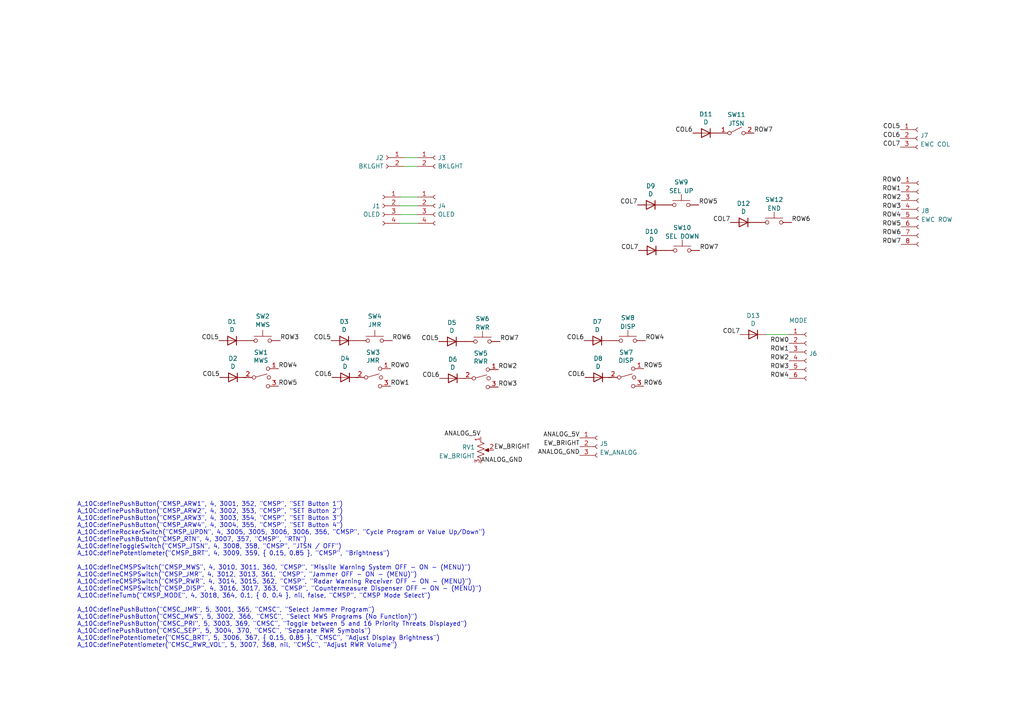
<source format=kicad_sch>
(kicad_sch (version 20231120) (generator "eeschema") (generator_version "8.0")
  (paper "A4")
  (lib_symbols
    (symbol "Connector:Conn_01x02_Socket" (pin_names (offset 1.016) hide)
      (property "Reference" "J" (at 0 2.54 0))
      (property "Value" "Conn_01x02_Socket" (at 0 -5.08 0))
      (symbol "Conn_01x02_Socket_1_1"
        (arc (start 0 -2.032) (mid -0.5058 -2.54) (end 0 -3.048) (stroke (width 0.1524)))
        (polyline (pts (xy -1.27 -2.54) (xy -0.508 -2.54)) (stroke (width 0.1524)))
        (polyline (pts (xy -1.27 0) (xy -0.508 0)) (stroke (width 0.1524)))
        (arc (start 0 0.508) (mid -0.5058 0) (end 0 -0.508) (stroke (width 0.1524)))
        (pin passive line (at -5.08 0 0) (length 3.81) (name "Pin_1") (number "1"))
        (pin passive line (at -5.08 -2.54 0) (length 3.81) (name "Pin_2") (number "2"))
      )
    )
    (symbol "Connector:Conn_01x03_Female" (pin_names (offset 1.016) hide)
      (property "Reference" "J" (at 0 5.08 0))
      (property "Value" "Conn_01x03_Female" (at 0 -5.08 0))
      (symbol "Conn_01x03_Female_1_1"
        (arc (start 0 -2.032) (mid -0.5058 -2.54) (end 0 -3.048) (stroke (width 0.1524)))
        (polyline (pts (xy -1.27 -2.54) (xy -0.508 -2.54)) (stroke (width 0.1524)))
        (polyline (pts (xy -1.27 0) (xy -0.508 0)) (stroke (width 0.1524)))
        (polyline (pts (xy -1.27 2.54) (xy -0.508 2.54)) (stroke (width 0.1524)))
        (arc (start 0 0.508) (mid -0.5058 0) (end 0 -0.508) (stroke (width 0.1524)))
        (arc (start 0 3.048) (mid -0.5058 2.54) (end 0 2.032) (stroke (width 0.1524)))
        (pin passive line (at -5.08 2.54 0) (length 3.81) (name "Pin_1") (number "1"))
        (pin passive line (at -5.08 0 0) (length 3.81) (name "Pin_2") (number "2"))
        (pin passive line (at -5.08 -2.54 0) (length 3.81) (name "Pin_3") (number "3"))
      )
    )
    (symbol "Connector:Conn_01x04_Socket" (pin_names (offset 1.016) hide)
      (property "Reference" "J" (at 0 5.08 0))
      (property "Value" "Conn_01x04_Socket" (at 0 -7.62 0))
      (symbol "Conn_01x04_Socket_1_1"
        (arc (start 0 -4.572) (mid -0.5058 -5.08) (end 0 -5.588) (stroke (width 0.1524)))
        (arc (start 0 -2.032) (mid -0.5058 -2.54) (end 0 -3.048) (stroke (width 0.1524)))
        (polyline (pts (xy -1.27 -5.08) (xy -0.508 -5.08)) (stroke (width 0.1524)))
        (polyline (pts (xy -1.27 -2.54) (xy -0.508 -2.54)) (stroke (width 0.1524)))
        (polyline (pts (xy -1.27 0) (xy -0.508 0)) (stroke (width 0.1524)))
        (polyline (pts (xy -1.27 2.54) (xy -0.508 2.54)) (stroke (width 0.1524)))
        (arc (start 0 0.508) (mid -0.5058 0) (end 0 -0.508) (stroke (width 0.1524)))
        (arc (start 0 3.048) (mid -0.5058 2.54) (end 0 2.032) (stroke (width 0.1524)))
        (pin passive line (at -5.08 2.54 0) (length 3.81) (name "Pin_1") (number "1"))
        (pin passive line (at -5.08 0 0) (length 3.81) (name "Pin_2") (number "2"))
        (pin passive line (at -5.08 -2.54 0) (length 3.81) (name "Pin_3") (number "3"))
        (pin passive line (at -5.08 -5.08 0) (length 3.81) (name "Pin_4") (number "4"))
      )
    )
    (symbol "Connector:Conn_01x06_Female" (pin_names (offset 1.016) hide)
      (property "Reference" "J" (at 0 7.62 0))
      (property "Value" "Conn_01x06_Female" (at 0 -10.16 0))
      (symbol "Conn_01x06_Female_1_1"
        (arc (start 0 -7.112) (mid -0.5058 -7.62) (end 0 -8.128) (stroke (width 0.1524)))
        (arc (start 0 -4.572) (mid -0.5058 -5.08) (end 0 -5.588) (stroke (width 0.1524)))
        (arc (start 0 -2.032) (mid -0.5058 -2.54) (end 0 -3.048) (stroke (width 0.1524)))
        (polyline (pts (xy -1.27 -7.62) (xy -0.508 -7.62)) (stroke (width 0.1524)))
        (polyline (pts (xy -1.27 -5.08) (xy -0.508 -5.08)) (stroke (width 0.1524)))
        (polyline (pts (xy -1.27 -2.54) (xy -0.508 -2.54)) (stroke (width 0.1524)))
        (polyline (pts (xy -1.27 0) (xy -0.508 0)) (stroke (width 0.1524)))
        (polyline (pts (xy -1.27 2.54) (xy -0.508 2.54)) (stroke (width 0.1524)))
        (polyline (pts (xy -1.27 5.08) (xy -0.508 5.08)) (stroke (width 0.1524)))
        (arc (start 0 0.508) (mid -0.5058 0) (end 0 -0.508) (stroke (width 0.1524)))
        (arc (start 0 3.048) (mid -0.5058 2.54) (end 0 2.032) (stroke (width 0.1524)))
        (arc (start 0 5.588) (mid -0.5058 5.08) (end 0 4.572) (stroke (width 0.1524)))
        (pin passive line (at -5.08 5.08 0) (length 3.81) (name "Pin_1") (number "1"))
        (pin passive line (at -5.08 2.54 0) (length 3.81) (name "Pin_2") (number "2"))
        (pin passive line (at -5.08 0 0) (length 3.81) (name "Pin_3") (number "3"))
        (pin passive line (at -5.08 -2.54 0) (length 3.81) (name "Pin_4") (number "4"))
        (pin passive line (at -5.08 -5.08 0) (length 3.81) (name "Pin_5") (number "5"))
        (pin passive line (at -5.08 -7.62 0) (length 3.81) (name "Pin_6") (number "6"))
      )
    )
    (symbol "Connector:Conn_01x08_Female" (pin_names (offset 1.016) hide)
      (property "Reference" "J" (at 0 10.16 0))
      (property "Value" "Conn_01x08_Female" (at 0 -12.7 0))
      (symbol "Conn_01x08_Female_1_1"
        (arc (start 0 -9.652) (mid -0.5058 -10.16) (end 0 -10.668) (stroke (width 0.1524)))
        (arc (start 0 -7.112) (mid -0.5058 -7.62) (end 0 -8.128) (stroke (width 0.1524)))
        (arc (start 0 -4.572) (mid -0.5058 -5.08) (end 0 -5.588) (stroke (width 0.1524)))
        (arc (start 0 -2.032) (mid -0.5058 -2.54) (end 0 -3.048) (stroke (width 0.1524)))
        (polyline (pts (xy -1.27 -10.16) (xy -0.508 -10.16)) (stroke (width 0.1524)))
        (polyline (pts (xy -1.27 -7.62) (xy -0.508 -7.62)) (stroke (width 0.1524)))
        (polyline (pts (xy -1.27 -5.08) (xy -0.508 -5.08)) (stroke (width 0.1524)))
        (polyline (pts (xy -1.27 -2.54) (xy -0.508 -2.54)) (stroke (width 0.1524)))
        (polyline (pts (xy -1.27 0) (xy -0.508 0)) (stroke (width 0.1524)))
        (polyline (pts (xy -1.27 2.54) (xy -0.508 2.54)) (stroke (width 0.1524)))
        (polyline (pts (xy -1.27 5.08) (xy -0.508 5.08)) (stroke (width 0.1524)))
        (polyline (pts (xy -1.27 7.62) (xy -0.508 7.62)) (stroke (width 0.1524)))
        (arc (start 0 0.508) (mid -0.5058 0) (end 0 -0.508) (stroke (width 0.1524)))
        (arc (start 0 3.048) (mid -0.5058 2.54) (end 0 2.032) (stroke (width 0.1524)))
        (arc (start 0 5.588) (mid -0.5058 5.08) (end 0 4.572) (stroke (width 0.1524)))
        (arc (start 0 8.128) (mid -0.5058 7.62) (end 0 7.112) (stroke (width 0.1524)))
        (pin passive line (at -5.08 7.62 0) (length 3.81) (name "Pin_1") (number "1"))
        (pin passive line (at -5.08 5.08 0) (length 3.81) (name "Pin_2") (number "2"))
        (pin passive line (at -5.08 2.54 0) (length 3.81) (name "Pin_3") (number "3"))
        (pin passive line (at -5.08 0 0) (length 3.81) (name "Pin_4") (number "4"))
        (pin passive line (at -5.08 -2.54 0) (length 3.81) (name "Pin_5") (number "5"))
        (pin passive line (at -5.08 -5.08 0) (length 3.81) (name "Pin_6") (number "6"))
        (pin passive line (at -5.08 -7.62 0) (length 3.81) (name "Pin_7") (number "7"))
        (pin passive line (at -5.08 -10.16 0) (length 3.81) (name "Pin_8") (number "8"))
      )
    )
    (symbol "Device:D" (pin_numbers hide) (pin_names (offset 1.016) hide)
      (property "Reference" "D" (at 0 2.54 0))
      (property "Value" "D" (at 0 -2.54 0))
      (symbol "D_0_1"
        (polyline (pts (xy -1.27 1.27) (xy -1.27 -1.27)) (stroke (width 0.254)))
        (polyline (pts (xy 1.27 0) (xy -1.27 0)))
        (polyline (pts (xy 1.27 1.27) (xy 1.27 -1.27) (xy -1.27 0) (xy 1.27 1.27)) (stroke (width 0.254)))
      )
      (symbol "D_1_1"
        (pin passive line (at -3.81 0 0) (length 2.54) (name "K") (number "1"))
        (pin passive line (at 3.81 0 180) (length 2.54) (name "A") (number "2"))
      )
    )
    (symbol "Device:R_Potentiometer_US" (pin_names (offset 1.016) hide)
      (property "Reference" "RV" (at -4.445 0 90))
      (property "Value" "R_Potentiometer_US" (at -2.54 0 90))
      (symbol "R_Potentiometer_US_0_1"
        (polyline (pts (xy 0 -2.286) (xy 0 -2.54)))
        (polyline (pts (xy 0 2.54) (xy 0 2.286)))
        (polyline (pts (xy 2.54 0) (xy 1.524 0)))
        (polyline (pts (xy 1.143 0) (xy 2.286 0.508) (xy 2.286 -0.508) (xy 1.143 0)) (fill (type outline)))
        (polyline (pts (xy 0 -0.762) (xy 1.016 -1.143) (xy 0 -1.524) (xy -1.016 -1.905) (xy 0 -2.286)))
        (polyline (pts (xy 0 0.762) (xy 1.016 0.381) (xy 0 0) (xy -1.016 -0.381) (xy 0 -0.762)))
        (polyline (pts (xy 0 2.286) (xy 1.016 1.905) (xy 0 1.524) (xy -1.016 1.143) (xy 0 0.762)))
      )
      (symbol "R_Potentiometer_US_1_1"
        (pin passive line (at 0 3.81 270) (length 1.27) (name "1") (number "1"))
        (pin passive line (at 3.81 0 180) (length 1.27) (name "2") (number "2"))
        (pin passive line (at 0 -3.81 90) (length 1.27) (name "3") (number "3"))
      )
    )
    (symbol "Switch:SW_Push" (pin_numbers hide) (pin_names (offset 1.016) hide)
      (property "Reference" "SW" (at 1.27 2.54 0))
      (property "Value" "SW_Push" (at 0 -1.524 0))
      (symbol "SW_Push_0_1"
        (circle (center -2.032 0) (radius 0.508))
        (polyline (pts (xy 0 1.27) (xy 0 3.048)))
        (polyline (pts (xy 2.54 1.27) (xy -2.54 1.27)))
        (circle (center 2.032 0) (radius 0.508))
        (pin passive line (at -5.08 0 0) (length 2.54) (name "1") (number "1"))
        (pin passive line (at 5.08 0 180) (length 2.54) (name "2") (number "2"))
      )
    )
    (symbol "Switch:SW_SPDT_MSM" (pin_names (offset 0) hide)
      (property "Reference" "SW" (at 0 5.08 0))
      (property "Value" "SW_SPDT_MSM" (at 0 -5.08 0))
      (symbol "SW_SPDT_MSM_0_0"
        (circle (center -2.032 0) (radius 0.508))
        (polyline (pts (xy -1.524 0.127) (xy 1.778 1.016)))
        (circle (center 2.032 -2.54) (radius 0.508))
      )
      (symbol "SW_SPDT_MSM_0_1"
        (circle (center 2.032 2.54) (radius 0.508))
        (circle (center 2.286 0) (radius 0.508))
      )
      (symbol "SW_SPDT_MSM_1_1"
        (pin passive line (at 5.08 2.54 180) (length 2.54) (name "1") (number "1"))
        (pin passive line (at -5.08 0 0) (length 2.54) (name "2") (number "2"))
        (pin passive line (at 5.08 -2.54 180) (length 2.54) (name "3") (number "3"))
      )
    )
    (symbol "Switch:SW_SPST" (pin_names (offset 0) hide)
      (property "Reference" "SW" (at 0 3.175 0))
      (property "Value" "SW_SPST" (at 0 -2.54 0))
      (symbol "SW_SPST_0_0"
        (circle (center -2.032 0) (radius 0.508))
        (polyline (pts (xy -1.524 0.254) (xy 1.524 1.778)))
        (circle (center 2.032 0) (radius 0.508))
      )
      (symbol "SW_SPST_1_1"
        (pin passive line (at -5.08 0 0) (length 2.54) (name "A") (number "1"))
        (pin passive line (at 5.08 0 180) (length 2.54) (name "B") (number "2"))
      )
    )
  )
  (wire (pts (xy 71.374 109.474) (xy 70.612 109.474)))
  (wire (pts (xy 116.078 62.23) (xy 121.158 62.23)))
  (wire (pts (xy 116.078 59.69) (xy 121.158 59.69)))
  (wire (pts (xy 177.292 109.474) (xy 176.53 109.474)))
  (wire (pts (xy 117.094 45.72) (xy 121.158 45.72)))
  (wire (pts (xy 117.094 48.26) (xy 121.158 48.26)))
  (wire (pts (xy 135.128 109.728) (xy 134.366 109.728)))
  (wire (pts (xy 116.078 57.15) (xy 121.158 57.15)))
  (wire (pts (xy 103.886 109.474) (xy 103.124 109.474)))
  (wire (pts (xy 222.25 97.028) (xy 228.854 97.028)))
  (wire (pts (xy 116.078 64.77) (xy 121.158 64.77)))
  (text "A_10C:definePushButton(\"CMSP_ARW1\", 4, 3001, 352, \"CMSP\", \"SET Button 1\")\nA_10C:definePushButton(\"CMSP_ARW2\", 4, 3002, 353, \"CMSP\", \"SET Button 2\")\nA_10C:definePushButton(\"CMSP_ARW3\", 4, 3003, 354, \"CMSP\", \"SET Button 3\")\nA_10C:definePushButton(\"CMSP_ARW4\", 4, 3004, 355, \"CMSP\", \"SET Button 4\")\nA_10C:defineRockerSwitch(\"CMSP_UPDN\", 4, 3005, 3005, 3006, 3006, 356, \"CMSP\", \"Cycle Program or Value Up/Down\")\nA_10C:definePushButton(\"CMSP_RTN\", 4, 3007, 357, \"CMSP\", \"RTN\")\nA_10C:defineToggleSwitch(\"CMSP_JTSN\", 4, 3008, 358, \"CMSP\", \"JTSN / OFF\")\nA_10C:definePotentiometer(\"CMSP_BRT\", 4, 3009, 359, { 0.15, 0.85 }, \"CMSP\", \"Brightness\")\n\nA_10C:defineCMSPSwitch(\"CMSP_MWS\", 4, 3010, 3011, 360, \"CMSP\", \"Missile Warning System OFF - ON - (MENU)\")\nA_10C:defineCMSPSwitch(\"CMSP_JMR\", 4, 3012, 3013, 361, \"CMSP\", \"Jammer OFF - ON - (MENU)\")\nA_10C:defineCMSPSwitch(\"CMSP_RWR\", 4, 3014, 3015, 362, \"CMSP\", \"Radar Warning Receiver OFF - ON - (MENU)\")\nA_10C:defineCMSPSwitch(\"CMSP_DISP\", 4, 3016, 3017, 363, \"CMSP\", \"Countermeasure Dispenser OFF - ON - (MENU)\")\nA_10C:defineTumb(\"CMSP_MODE\", 4, 3018, 364, 0.1, { 0, 0.4 }, nil, false, \"CMSP\", \"CMSP Mode Select\")\n\nA_10C:definePushButton(\"CMSC_JMR\", 5, 3001, 365, \"CMSC\", \"Select Jammer Program\")\nA_10C:definePushButton(\"CMSC_MWS\", 5, 3002, 366, \"CMSC\", \"Select MWS Programs (No Function)\")\nA_10C:definePushButton(\"CMSC_PRI\", 5, 3003, 369, \"CMSC\", \"Toggle between 5 and 16 Priority Threats Displayed\")\nA_10C:definePushButton(\"CMSC_SEP\", 5, 3004, 370, \"CMSC\", \"Separate RWR Symbols\")\nA_10C:definePotentiometer(\"CMSC_BRT\", 5, 3006, 367, { 0.15, 0.85 }, \"CMSC\", \"Adjust Display Brightness\")\nA_10C:definePotentiometer(\"CMSC_RWR_VOL\", 5, 3007, 368, nil, \"CMSC\", \"Adjust RWR Volume\")" (at 22.352 187.96 0) (effects (font (size 1.27 1.27)) (justify left bottom)))
  (label "ROW2" (at 228.854 104.648 180))
  (label "COL5" (at 96.012 98.806 180))
  (label "ANALOG_5V" (at 139.446 126.746 180))
  (label "COL7" (at 185.166 72.644 180))
  (label "COL5" (at 63.5 98.806 180))
  (label "ROW2" (at 261.366 58.166 180))
  (label "ROW6" (at 113.792 98.806 0))
  (label "ROW7" (at 202.946 72.644 0))
  (label "ROW7" (at 218.694 38.608 0))
  (label "EW_BRIGHT" (at 143.256 130.556 0))
  (label "ROW7" (at 145.034 99.06 0))
  (label "ANALOG_GND" (at 168.148 132.08 180))
  (label "ROW5" (at 80.772 112.014 0))
  (label "COL7" (at 214.63 97.028 180))
  (label "COL6" (at 200.914 38.608 180))
  (label "COL6" (at 261.112 40.132 180))
  (label "ROW3" (at 228.854 107.188 180))
  (label "ROW1" (at 113.284 112.014 0))
  (label "ROW5" (at 261.366 65.786 180))
  (label "ROW6" (at 229.616 64.516 0))
  (label "ROW4" (at 80.772 106.934 0))
  (label "ROW5" (at 186.69 106.934 0))
  (label "COL7" (at 184.912 59.436 180))
  (label "ROW1" (at 228.854 102.108 180))
  (label "ANALOG_GND" (at 139.446 134.366 0))
  (label "ROW4" (at 228.854 109.728 180))
  (label "COL6" (at 127.508 109.728 180))
  (label "COL6" (at 169.418 98.806 180))
  (label "ANALOG_5V" (at 168.148 127 180))
  (label "COL6" (at 169.672 109.474 180))
  (label "COL7" (at 261.112 42.672 180))
  (label "ROW4" (at 187.198 98.806 0))
  (label "ROW3" (at 261.366 60.706 180))
  (label "COL7" (at 211.836 64.516 180))
  (label "ROW0" (at 113.284 106.934 0))
  (label "COL5" (at 127.254 99.06 180))
  (label "ROW6" (at 261.366 68.326 180))
  (label "ROW4" (at 261.366 63.246 180))
  (label "EW_BRIGHT" (at 168.148 129.54 180))
  (label "ROW2" (at 144.526 107.188 0))
  (label "COL5" (at 261.112 37.592 180))
  (label "ROW5" (at 202.692 59.436 0))
  (label "ROW6" (at 186.69 112.014 0))
  (label "COL6" (at 96.266 109.474 180))
  (label "ROW3" (at 144.526 112.268 0))
  (label "ROW0" (at 228.854 99.568 180))
  (label "ROW7" (at 261.366 70.866 180))
  (label "ROW3" (at 81.28 98.806 0))
  (label "ROW1" (at 261.366 55.626 180))
  (label "COL5" (at 63.754 109.474 180))
  (label "ROW0" (at 261.366 53.086 180))
  (symbol (lib_id "Switch:SW_Push") (at 108.712 98.806 0) (unit 1)
    (property "Reference" "SW4" (at 108.712 91.7407 0))
    (property "Value" "JMR" (at 108.712 94.1649 0))
    (property "Footprint" "Connector_Molex:Molex_KK-254_AE-6410-02A_1x02_P2.54mm_Vertical" (effects (hide yes)))
  )
  (symbol (lib_id "Device:R_Potentiometer_US") (at 139.446 130.556 0) (unit 1)
    (property "Reference" "RV1" (at 137.795 129.7213 0) (effects (justify right)))
    (property "Value" "EW_BRIGHT" (at 137.795 132.2582 0) (effects (justify right)))
    (property "Footprint" "Connector_Molex:Molex_KK-254_AE-6410-03A_1x03_P2.54mm_Vertical" (effects (hide yes)))
  )
  (symbol (lib_id "Switch:SW_Push") (at 76.2 98.806 0) (unit 1)
    (property "Reference" "SW2" (at 76.2 91.7407 0))
    (property "Value" "MWS" (at 76.2 94.1649 0))
    (property "Footprint" "Connector_Molex:Molex_KK-254_AE-6410-02A_1x02_P2.54mm_Vertical" (effects (hide yes)))
  )
  (symbol (lib_id "Device:D") (at 99.822 98.806 0) (mirror y) (unit 1)
    (property "Reference" "D3" (at 99.822 93.3196 0))
    (property "Value" "D" (at 99.822 95.631 0))
    (property "Footprint" "Diode_THT:D_A-405_P2.54mm_Vertical_AnodeUp" (effects (hide yes)))
  )
  (symbol (lib_id "Switch:SW_SPDT_MSM") (at 108.204 109.474 0) (unit 1)
    (property "Reference" "SW3" (at 108.204 102.235 0))
    (property "Value" "JMR" (at 108.204 104.5464 0))
    (property "Footprint" "Connector_Molex:Molex_KK-254_AE-6410-03A_1x03_P2.54mm_Vertical" (effects (hide yes)))
  )
  (symbol (lib_id "Connector:Conn_01x04_Socket") (at 110.998 59.69 0) (mirror y) (unit 1)
    (property "Reference" "J1" (at 110.2868 59.7479 0) (effects (justify left)))
    (property "Value" "OLED" (at 110.2868 62.1721 0) (effects (justify left)))
    (property "Footprint" "Connector_Molex:Molex_KK-254_AE-6410-04A_1x04_P2.54mm_Vertical" (effects (hide yes)))
  )
  (symbol (lib_id "Device:D") (at 218.44 97.028 0) (mirror y) (unit 1)
    (property "Reference" "D13" (at 218.44 91.5416 0))
    (property "Value" "D" (at 218.44 93.853 0))
    (property "Footprint" "Diode_THT:D_A-405_P2.54mm_Vertical_AnodeUp" (effects (hide yes)))
  )
  (symbol (lib_id "Switch:SW_Push") (at 197.866 72.644 0) (unit 1)
    (property "Reference" "SW10" (at 197.866 66.0232 0))
    (property "Value" "SEL DOWN" (at 197.866 68.5601 0))
    (property "Footprint" "Connector_Molex:Molex_KK-254_AE-6410-02A_1x02_P2.54mm_Vertical" (effects (hide yes)))
  )
  (symbol (lib_id "Switch:SW_Push") (at 224.536 64.516 0) (unit 1)
    (property "Reference" "SW12" (at 224.536 57.8952 0))
    (property "Value" "END" (at 224.536 60.4321 0))
    (property "Footprint" "Connector_Molex:Molex_KK-254_AE-6410-02A_1x02_P2.54mm_Vertical" (effects (hide yes)))
  )
  (symbol (lib_id "Switch:SW_Push") (at 197.612 59.436 0) (unit 1)
    (property "Reference" "SW9" (at 197.612 52.8152 0))
    (property "Value" "SEL UP" (at 197.612 55.3521 0))
    (property "Footprint" "Connector_Molex:Molex_KK-254_AE-6410-02A_1x02_P2.54mm_Vertical" (effects (hide yes)))
  )
  (symbol (lib_id "Connector:Conn_01x02_Socket") (at 126.238 45.72 0) (unit 1)
    (property "Reference" "J3" (at 126.9492 45.7779 0) (effects (justify left)))
    (property "Value" "BKLGHT" (at 126.9492 48.2021 0) (effects (justify left)))
    (property "Footprint" "Connector_Molex:Molex_KK-254_AE-6410-02A_1x02_P2.54mm_Vertical" (effects (hide yes)))
  )
  (symbol (lib_id "Connector:Conn_01x03_Female") (at 173.228 129.54 0) (unit 1)
    (property "Reference" "J5" (at 173.9392 128.7053 0) (effects (justify left)))
    (property "Value" "EW_ANALOG" (at 173.9392 131.2422 0) (effects (justify left)))
    (property "Footprint" "Connector_Molex:Molex_KK-254_AE-6410-03A_1x03_P2.54mm_Vertical" (effects (hide yes)))
  )
  (symbol (lib_id "Connector:Conn_01x08_Female") (at 266.446 60.706 0) (unit 1)
    (property "Reference" "J8" (at 267.1572 61.1413 0) (effects (justify left)))
    (property "Value" "EWC ROW" (at 267.1572 63.6782 0) (effects (justify left)))
    (property "Footprint" "Connector_Molex:Molex_KK-254_AE-6410-08A_1x08_P2.54mm_Vertical" (effects (hide yes)))
  )
  (symbol (lib_id "Device:D") (at 67.564 109.474 0) (mirror y) (unit 1)
    (property "Reference" "D2" (at 67.564 103.9876 0))
    (property "Value" "D" (at 67.564 106.299 0))
    (property "Footprint" "Diode_THT:D_A-405_P2.54mm_Vertical_AnodeUp" (effects (hide yes)))
  )
  (symbol (lib_id "Device:D") (at 173.228 98.806 0) (mirror y) (unit 1)
    (property "Reference" "D7" (at 173.228 93.3196 0))
    (property "Value" "D" (at 173.228 95.631 0))
    (property "Footprint" "Diode_THT:D_A-405_P2.54mm_Vertical_AnodeUp" (effects (hide yes)))
  )
  (symbol (lib_id "Connector:Conn_01x04_Socket") (at 126.238 59.69 0) (unit 1)
    (property "Reference" "J4" (at 126.9492 59.7479 0) (effects (justify left)))
    (property "Value" "OLED" (at 126.9492 62.1721 0) (effects (justify left)))
    (property "Footprint" "Connector_Molex:Molex_KK-254_AE-6410-04A_1x04_P2.54mm_Vertical" (effects (hide yes)))
  )
  (symbol (lib_id "Connector:Conn_01x02_Socket") (at 112.014 45.72 0) (mirror y) (unit 1)
    (property "Reference" "J2" (at 111.3028 45.7779 0) (effects (justify left)))
    (property "Value" "BKLGHT" (at 111.3028 48.2021 0) (effects (justify left)))
    (property "Footprint" "Connector_Molex:Molex_KK-254_AE-6410-02A_1x02_P2.54mm_Vertical" (effects (hide yes)))
  )
  (symbol (lib_id "Switch:SW_SPDT_MSM") (at 181.61 109.474 0) (unit 1)
    (property "Reference" "SW7" (at 181.61 102.235 0))
    (property "Value" "DISP" (at 181.61 104.5464 0))
    (property "Footprint" "Connector_Molex:Molex_KK-254_AE-6410-03A_1x03_P2.54mm_Vertical" (effects (hide yes)))
  )
  (symbol (lib_id "Device:D") (at 131.064 99.06 0) (mirror y) (unit 1)
    (property "Reference" "D5" (at 131.064 93.5736 0))
    (property "Value" "D" (at 131.064 95.885 0))
    (property "Footprint" "Diode_THT:D_A-405_P2.54mm_Vertical_AnodeUp" (effects (hide yes)))
  )
  (symbol (lib_id "Device:D") (at 188.722 59.436 0) (mirror y) (unit 1)
    (property "Reference" "D9" (at 188.722 53.9496 0))
    (property "Value" "D" (at 188.722 56.261 0))
    (property "Footprint" "Diode_THT:D_A-405_P2.54mm_Vertical_AnodeUp" (effects (hide yes)))
  )
  (symbol (lib_id "Switch:SW_SPST") (at 213.614 38.608 0) (unit 1)
    (property "Reference" "SW11" (at 213.614 33.2572 0))
    (property "Value" "JTSN" (at 213.614 35.7941 0))
    (property "Footprint" "Connector_Molex:Molex_KK-254_AE-6410-02A_1x02_P2.54mm_Vertical" (effects (hide yes)))
  )
  (symbol (lib_id "Connector:Conn_01x06_Female") (at 233.934 102.108 0) (unit 1)
    (property "Reference" "J6" (at 234.6452 102.5433 0) (effects (justify left)))
    (property "Value" "MODE" (at 228.854 92.964 0) (effects (justify left)))
    (property "Footprint" "Connector_Molex:Molex_KK-254_AE-6410-06A_1x06_P2.54mm_Vertical" (effects (hide yes)))
  )
  (symbol (lib_id "Device:D") (at 204.724 38.608 0) (mirror y) (unit 1)
    (property "Reference" "D11" (at 204.724 33.1216 0))
    (property "Value" "D" (at 204.724 35.433 0))
    (property "Footprint" "Diode_THT:D_A-405_P2.54mm_Vertical_AnodeUp" (effects (hide yes)))
  )
  (symbol (lib_id "Device:D") (at 215.646 64.516 0) (mirror y) (unit 1)
    (property "Reference" "D12" (at 215.646 59.0296 0))
    (property "Value" "D" (at 215.646 61.341 0))
    (property "Footprint" "Diode_THT:D_A-405_P2.54mm_Vertical_AnodeUp" (effects (hide yes)))
  )
  (symbol (lib_id "Switch:SW_SPDT_MSM") (at 75.692 109.474 0) (unit 1)
    (property "Reference" "SW1" (at 75.692 102.235 0))
    (property "Value" "MWS" (at 75.692 104.5464 0))
    (property "Footprint" "Connector_Molex:Molex_KK-254_AE-6410-03A_1x03_P2.54mm_Vertical" (effects (hide yes)))
  )
  (symbol (lib_id "Device:D") (at 173.482 109.474 0) (mirror y) (unit 1)
    (property "Reference" "D8" (at 173.482 103.9876 0))
    (property "Value" "D" (at 173.482 106.299 0))
    (property "Footprint" "Diode_THT:D_A-405_P2.54mm_Vertical_AnodeUp" (effects (hide yes)))
  )
  (symbol (lib_id "Switch:SW_Push") (at 182.118 98.806 0) (unit 1)
    (property "Reference" "SW8" (at 182.118 92.1852 0))
    (property "Value" "DISP" (at 182.118 94.7221 0))
    (property "Footprint" "Connector_Molex:Molex_KK-254_AE-6410-02A_1x02_P2.54mm_Vertical" (effects (hide yes)))
  )
  (symbol (lib_id "Switch:SW_SPDT_MSM") (at 139.446 109.728 0) (unit 1)
    (property "Reference" "SW5" (at 139.446 102.489 0))
    (property "Value" "RWR" (at 139.446 104.8004 0))
    (property "Footprint" "Connector_Molex:Molex_KK-254_AE-6410-03A_1x03_P2.54mm_Vertical" (effects (hide yes)))
  )
  (symbol (lib_id "Device:D") (at 131.318 109.728 0) (mirror y) (unit 1)
    (property "Reference" "D6" (at 131.318 104.2416 0))
    (property "Value" "D" (at 131.318 106.553 0))
    (property "Footprint" "Diode_THT:D_A-405_P2.54mm_Vertical_AnodeUp" (effects (hide yes)))
  )
  (symbol (lib_id "Connector:Conn_01x03_Female") (at 266.192 40.132 0) (unit 1)
    (property "Reference" "J7" (at 266.9032 39.2973 0) (effects (justify left)))
    (property "Value" "EWC COL" (at 266.9032 41.8342 0) (effects (justify left)))
    (property "Footprint" "Connector_Molex:Molex_KK-254_AE-6410-03A_1x03_P2.54mm_Vertical" (effects (hide yes)))
  )
  (symbol (lib_id "Device:D") (at 100.076 109.474 0) (mirror y) (unit 1)
    (property "Reference" "D4" (at 100.076 103.9876 0))
    (property "Value" "D" (at 100.076 106.299 0))
    (property "Footprint" "Diode_THT:D_A-405_P2.54mm_Vertical_AnodeUp" (effects (hide yes)))
  )
  (symbol (lib_id "Switch:SW_Push") (at 139.954 99.06 0) (unit 1)
    (property "Reference" "SW6" (at 139.954 92.4392 0))
    (property "Value" "RWR" (at 139.954 94.9761 0))
    (property "Footprint" "Connector_Molex:Molex_KK-254_AE-6410-02A_1x02_P2.54mm_Vertical" (effects (hide yes)))
  )
  (symbol (lib_id "Device:D") (at 188.976 72.644 0) (mirror y) (unit 1)
    (property "Reference" "D10" (at 188.976 67.1576 0))
    (property "Value" "D" (at 188.976 69.469 0))
    (property "Footprint" "Diode_THT:D_A-405_P2.54mm_Vertical_AnodeUp" (effects (hide yes)))
  )
  (symbol (lib_id "Device:D") (at 67.31 98.806 0) (mirror y) (unit 1)
    (property "Reference" "D1" (at 67.31 93.3196 0))
    (property "Value" "D" (at 67.31 95.631 0))
    (property "Footprint" "Diode_THT:D_A-405_P2.54mm_Vertical_AnodeUp" (effects (hide yes)))
  )
)
</source>
